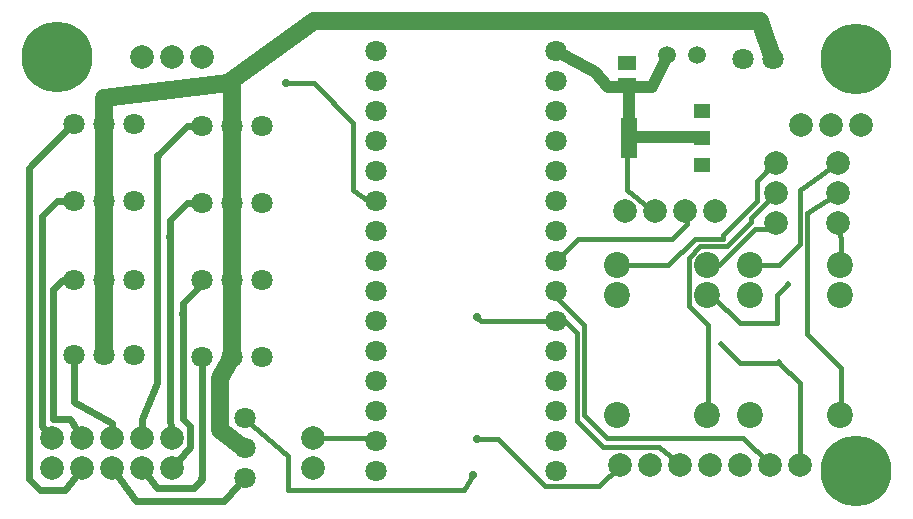
<source format=gbr>
%FSLAX34Y34*%
%MOMM*%
%LNCOPPER_TOP*%
G71*
G01*
%ADD10C, 1.800*%
%ADD11R, 1.400X1.200*%
%ADD12R, 1.400X3.500*%
%ADD13C, 6.000*%
%ADD14C, 0.700*%
%ADD15C, 1.500*%
%ADD16C, 1.800*%
%ADD17C, 2.000*%
%ADD18R, 1.600X1.300*%
%ADD19C, 1.500*%
%ADD20C, 1.000*%
%ADD21C, 0.400*%
%ADD22C, 0.600*%
%ADD23C, 2.200*%
%ADD24C, 0.500*%
%LPD*%
X461962Y-390400D02*
G54D10*
D03*
X461962Y-365000D02*
G54D10*
D03*
X461962Y-339600D02*
G54D10*
D03*
X461962Y-314200D02*
G54D10*
D03*
X461962Y-288800D02*
G54D10*
D03*
X461962Y-263400D02*
G54D10*
D03*
X461962Y-238000D02*
G54D10*
D03*
X461962Y-212600D02*
G54D10*
D03*
X461962Y-187200D02*
G54D10*
D03*
X461962Y-161800D02*
G54D10*
D03*
X461962Y-136400D02*
G54D10*
D03*
X461962Y-111000D02*
G54D10*
D03*
X461962Y-85600D02*
G54D10*
D03*
X461962Y-60200D02*
G54D10*
D03*
X461962Y-34800D02*
G54D10*
D03*
X309562Y-390400D02*
G54D10*
D03*
X309562Y-390400D02*
G54D10*
D03*
X309562Y-365000D02*
G54D10*
D03*
X309562Y-339600D02*
G54D10*
D03*
X309562Y-314200D02*
G54D10*
D03*
X309562Y-288800D02*
G54D10*
D03*
X309562Y-263400D02*
G54D10*
D03*
X309562Y-238000D02*
G54D10*
D03*
X309562Y-212600D02*
G54D10*
D03*
X309562Y-187200D02*
G54D10*
D03*
X309562Y-161800D02*
G54D10*
D03*
X309562Y-136400D02*
G54D10*
D03*
X309562Y-111000D02*
G54D10*
D03*
X309562Y-85600D02*
G54D10*
D03*
X309562Y-60200D02*
G54D10*
D03*
X309562Y-34800D02*
G54D10*
D03*
X585584Y-131152D02*
G54D11*
D03*
X585584Y-108152D02*
G54D11*
D03*
X585584Y-85152D02*
G54D11*
D03*
X523584Y-108152D02*
G54D12*
D03*
X715962Y-41150D02*
G54D13*
D03*
X715962Y-390400D02*
G54D13*
D03*
X39688Y-39562D02*
G54D13*
D03*
X585807Y-130062D02*
G54D14*
D03*
G54D15*
X646112Y-41150D02*
X635000Y-9400D01*
X257175Y-9400D01*
X184150Y-61912D01*
X79375Y-74612D01*
X79375Y-291975D01*
X620759Y-41282D02*
G54D16*
D03*
X646159Y-41282D02*
G54D16*
D03*
X585807Y-85574D02*
G54D14*
D03*
X162273Y-39693D02*
G54D17*
D03*
X136873Y-39693D02*
G54D17*
D03*
X111473Y-39693D02*
G54D17*
D03*
X522288Y-44450D02*
G54D18*
D03*
X522288Y-63450D02*
G54D18*
D03*
X522914Y-43776D02*
G54D14*
D03*
X555625Y-38100D02*
G54D19*
D03*
X581025Y-38100D02*
G54D19*
D03*
G54D20*
X461962Y-34800D02*
X495300Y-52262D01*
X506412Y-64962D01*
X542925Y-64962D01*
X555625Y-39562D01*
X700543Y-180043D02*
G54D17*
D03*
X700542Y-154643D02*
G54D17*
D03*
X700542Y-129243D02*
G54D17*
D03*
X255944Y-387691D02*
G54D17*
D03*
X255944Y-362291D02*
G54D17*
D03*
X596984Y-170476D02*
G54D17*
D03*
X571584Y-170476D02*
G54D17*
D03*
X546184Y-170476D02*
G54D17*
D03*
X520784Y-170476D02*
G54D17*
D03*
G54D20*
X525463Y-107825D02*
X585788Y-107825D01*
G54D20*
X523875Y-104650D02*
X523875Y-66550D01*
X104775Y-96838D02*
G54D16*
D03*
X79375Y-96838D02*
G54D16*
D03*
X53975Y-96838D02*
G54D16*
D03*
X136525Y-361950D02*
G54D17*
D03*
X136525Y-387350D02*
G54D17*
D03*
X111125Y-361950D02*
G54D17*
D03*
X111125Y-387350D02*
G54D17*
D03*
X85725Y-361950D02*
G54D17*
D03*
X85725Y-387350D02*
G54D17*
D03*
X60325Y-361950D02*
G54D17*
D03*
X60325Y-387350D02*
G54D17*
D03*
X34925Y-361950D02*
G54D17*
D03*
X34925Y-387350D02*
G54D17*
D03*
X212725Y-98426D02*
G54D16*
D03*
X187325Y-98426D02*
G54D16*
D03*
X161925Y-98426D02*
G54D16*
D03*
X104775Y-161926D02*
G54D16*
D03*
X79375Y-161926D02*
G54D16*
D03*
X53975Y-161926D02*
G54D16*
D03*
X212725Y-163513D02*
G54D16*
D03*
X187325Y-163513D02*
G54D16*
D03*
X161925Y-163513D02*
G54D16*
D03*
X104775Y-228601D02*
G54D16*
D03*
X79375Y-228601D02*
G54D16*
D03*
X53975Y-228601D02*
G54D16*
D03*
X212725Y-228601D02*
G54D16*
D03*
X187325Y-228601D02*
G54D16*
D03*
X161925Y-228601D02*
G54D16*
D03*
X104775Y-292101D02*
G54D16*
D03*
X79375Y-292101D02*
G54D16*
D03*
X53975Y-292101D02*
G54D16*
D03*
X212725Y-293688D02*
G54D16*
D03*
X187325Y-293688D02*
G54D16*
D03*
X161925Y-293688D02*
G54D16*
D03*
G54D15*
X187325Y-61912D02*
X187325Y-293688D01*
X177800Y-311150D01*
X177800Y-355600D01*
X198438Y-371350D01*
G54D21*
X250825Y-361950D02*
X306388Y-361950D01*
X309562Y-365125D01*
G54D22*
X60325Y-387350D02*
X46038Y-406400D01*
X25400Y-406400D01*
X15875Y-396875D01*
X15875Y-133350D01*
X52388Y-96838D01*
G54D22*
X53975Y-161925D02*
X39688Y-161925D01*
X26988Y-174625D01*
X26988Y-352425D01*
X34925Y-361950D01*
G54D22*
X53975Y-228600D02*
X44450Y-228600D01*
X36512Y-236538D01*
X36512Y-346075D01*
X50800Y-346075D01*
X60325Y-361950D01*
G54D22*
X53975Y-290512D02*
X53975Y-331788D01*
X85725Y-349250D01*
X85725Y-361950D01*
G54D22*
X161925Y-98425D02*
X149225Y-98425D01*
X123825Y-123825D01*
X123825Y-315912D01*
X111125Y-346075D01*
X111125Y-361950D01*
G54D22*
X161925Y-163512D02*
X149225Y-163512D01*
X134938Y-177800D01*
X134938Y-346075D01*
X136525Y-361950D01*
G54D22*
X161925Y-230188D02*
X161925Y-231775D01*
X146050Y-247650D01*
X146050Y-346075D01*
X152400Y-352425D01*
X152400Y-369888D01*
X136525Y-387350D01*
G54D22*
X111125Y-387350D02*
X123825Y-404812D01*
X155575Y-404812D01*
X161925Y-396875D01*
X161925Y-293688D01*
X161945Y-396724D02*
G54D14*
D03*
X125432Y-123674D02*
G54D14*
D03*
X134957Y-191937D02*
G54D14*
D03*
X146070Y-257024D02*
G54D14*
D03*
G54D21*
X309562Y-161925D02*
X303212Y-161925D01*
X290512Y-152400D01*
X290512Y-95250D01*
X257175Y-61912D01*
X233362Y-61912D01*
X233382Y-61762D02*
G54D14*
D03*
G54D21*
X522288Y-120650D02*
X522288Y-152400D01*
X546100Y-171450D01*
G54D21*
X573088Y-171450D02*
X573088Y-180975D01*
X560388Y-193675D01*
X481012Y-193675D01*
X461962Y-212725D01*
X589999Y-216130D02*
G54D23*
D03*
X589999Y-241530D02*
G54D23*
D03*
X589999Y-343130D02*
G54D23*
D03*
X513799Y-216130D02*
G54D23*
D03*
X513799Y-241530D02*
G54D23*
D03*
X513799Y-343130D02*
G54D23*
D03*
X592222Y-384789D02*
G54D17*
D03*
X566822Y-384789D02*
G54D17*
D03*
X541422Y-384789D02*
G54D17*
D03*
X516022Y-384788D02*
G54D17*
D03*
X668422Y-384789D02*
G54D17*
D03*
X643022Y-384789D02*
G54D17*
D03*
X617622Y-384789D02*
G54D17*
D03*
G54D21*
X461962Y-263525D02*
X398462Y-263525D01*
X395288Y-260350D01*
X395307Y-260199D02*
G54D14*
D03*
G54D21*
X395288Y-363538D02*
X412750Y-363538D01*
X452438Y-403225D01*
X498475Y-403225D01*
X515938Y-385762D01*
G54D21*
X461962Y-263525D02*
X469900Y-263525D01*
X479425Y-273050D01*
X479425Y-347662D01*
X501650Y-369888D01*
X549275Y-369888D01*
X566738Y-384175D01*
G54D21*
X461962Y-238125D02*
X461962Y-242888D01*
X485775Y-266700D01*
X485775Y-342900D01*
X504825Y-361950D01*
X620712Y-361950D01*
X642938Y-384175D01*
X702711Y-216130D02*
G54D23*
D03*
X702711Y-241530D02*
G54D23*
D03*
X702711Y-343130D02*
G54D23*
D03*
X626511Y-216130D02*
G54D23*
D03*
X626511Y-241530D02*
G54D23*
D03*
X626511Y-343130D02*
G54D23*
D03*
X648155Y-129243D02*
G54D17*
D03*
X648155Y-154642D02*
G54D17*
D03*
X648155Y-180042D02*
G54D17*
D03*
X585807Y-107837D02*
G54D14*
D03*
G54D21*
X703262Y-342900D02*
X703262Y-303212D01*
X674688Y-274638D01*
X674688Y-171450D01*
X700088Y-155575D01*
G54D21*
X703262Y-215900D02*
X703262Y-193675D01*
X700088Y-179388D01*
G54D21*
X627062Y-215900D02*
X650875Y-215900D01*
X668338Y-198438D01*
X668338Y-152400D01*
X701675Y-128588D01*
G54D21*
X590550Y-215900D02*
X600075Y-215900D01*
X630238Y-185738D01*
X642938Y-185738D01*
X649288Y-179388D01*
G54D21*
X590550Y-344488D02*
X590550Y-266700D01*
X574675Y-250825D01*
X574675Y-209550D01*
X584200Y-200025D01*
X606425Y-200025D01*
X627062Y-179388D01*
X627062Y-176212D01*
X647700Y-155575D01*
G54D21*
X514350Y-215900D02*
X557212Y-215900D01*
X579438Y-193675D01*
X603250Y-193675D01*
X603250Y-190500D01*
X631825Y-161925D01*
X631825Y-144462D01*
X647700Y-128588D01*
G54D21*
X601662Y-282575D02*
X617538Y-298450D01*
X650875Y-298450D01*
X668338Y-315912D01*
X668338Y-384175D01*
X669925Y-385762D01*
X650895Y-298300D02*
G54D24*
D03*
X601682Y-282424D02*
G54D24*
D03*
X720548Y-97343D02*
G54D17*
D03*
X695148Y-97343D02*
G54D17*
D03*
X669748Y-97343D02*
G54D17*
D03*
G54D21*
X590550Y-242888D02*
X595312Y-242888D01*
X617538Y-265112D01*
X649288Y-265112D01*
X649288Y-241300D01*
X658812Y-231775D01*
X658832Y-231624D02*
G54D24*
D03*
X198502Y-345166D02*
G54D16*
D03*
X198502Y-370566D02*
G54D16*
D03*
X198502Y-395966D02*
G54D16*
D03*
X395307Y-363387D02*
G54D14*
D03*
G54D22*
X85725Y-387350D02*
X106362Y-415925D01*
X180975Y-415925D01*
X198438Y-395288D01*
X392132Y-393549D02*
G54D14*
D03*
G54D21*
X198438Y-346075D02*
X234950Y-377825D01*
X234950Y-406400D01*
X384175Y-406400D01*
X392112Y-393700D01*
M02*

</source>
